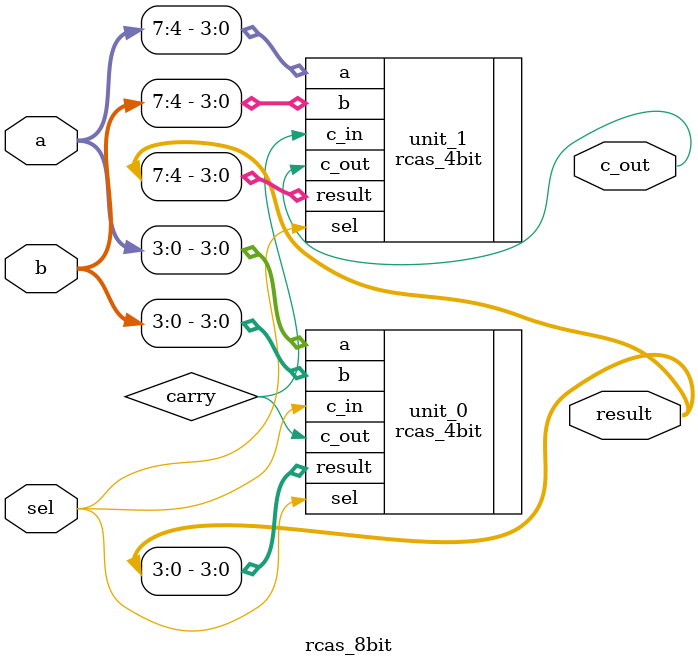
<source format=v>
module rcas_8bit(a, b, sel, result, c_out);
    input [7:0] a,b;
    input sel;
    output [7:0] result;
    output c_out;

    wire carry;
    rcas_4bit unit_0(
        .a(a[3:0]),
        .b(b[3:0]),
        .sel(sel),
        .result(result[3:0]),
        .c_in(sel),
        .c_out(carry)
    );

    rcas_4bit unit_1(
        .a(a[7:4]),
        .b(b[7:4]),
        .sel(sel),
        .result(result[7:4]),
        .c_in(carry),
        .c_out(c_out)
    );
endmodule
</source>
